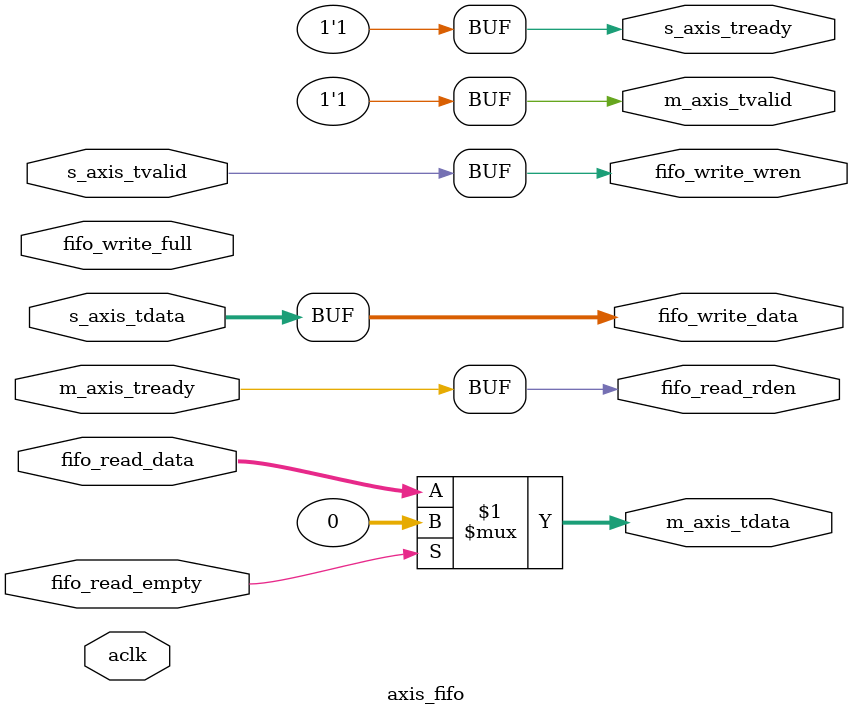
<source format=v>

`timescale 1 ns / 1 ps

module axis_fifo #
(
  parameter integer S_AXIS_TDATA_WIDTH = 32,
  parameter integer M_AXIS_TDATA_WIDTH = 32
)
(
  // System signals
  input  wire                          aclk,

  // Slave side
  output wire                          s_axis_tready,
  input  wire [S_AXIS_TDATA_WIDTH-1:0] s_axis_tdata,
  input  wire                          s_axis_tvalid,

  // Master side
  input  wire                          m_axis_tready,
  output wire [M_AXIS_TDATA_WIDTH-1:0] m_axis_tdata,
  output wire                          m_axis_tvalid,

  // FIFO_WRITE port
  input  wire                          fifo_write_full,
  output wire [S_AXIS_TDATA_WIDTH-1:0] fifo_write_data,
  output wire                          fifo_write_wren,

  // FIFO_READ port
  input  wire                          fifo_read_empty,
  input  wire [M_AXIS_TDATA_WIDTH-1:0] fifo_read_data,
  output wire                          fifo_read_rden
);

  assign m_axis_tdata = fifo_read_empty ? {(M_AXIS_TDATA_WIDTH){1'b0}} : fifo_read_data;
  assign m_axis_tvalid = 1'b1;

  assign s_axis_tready = 1'b1;

  assign fifo_read_rden = m_axis_tready;

  assign fifo_write_data = s_axis_tdata;
  assign fifo_write_wren = s_axis_tvalid;

endmodule

</source>
